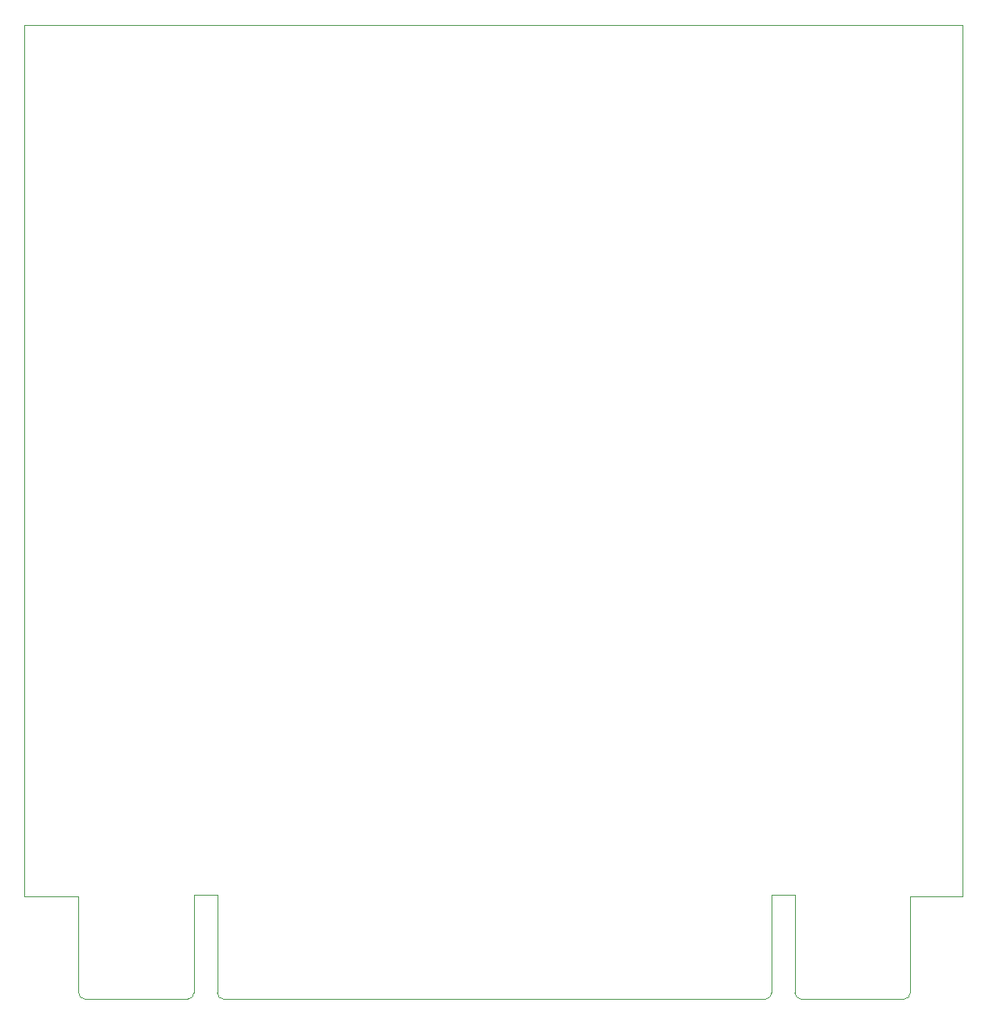
<source format=gm1>
G04 #@! TF.GenerationSoftware,KiCad,Pcbnew,(6.0.6)*
G04 #@! TF.CreationDate,2022-08-18T11:59:31-05:00*
G04 #@! TF.ProjectId,v1,76312e6b-6963-4616-945f-706362585858,v1*
G04 #@! TF.SameCoordinates,Original*
G04 #@! TF.FileFunction,Profile,NP*
%FSLAX46Y46*%
G04 Gerber Fmt 4.6, Leading zero omitted, Abs format (unit mm)*
G04 Created by KiCad (PCBNEW (6.0.6)) date 2022-08-18 11:59:31*
%MOMM*%
%LPD*%
G01*
G04 APERTURE LIST*
G04 #@! TA.AperFunction,Profile*
%ADD10C,0.101600*%
G04 #@! TD*
G04 #@! TA.AperFunction,Profile*
%ADD11C,0.099060*%
G04 #@! TD*
G04 #@! TA.AperFunction,Profile*
%ADD12C,0.120000*%
G04 #@! TD*
G04 APERTURE END LIST*
D10*
X104675560Y-122550040D02*
X104675560Y-133149460D01*
X169674160Y-122550040D02*
X169674160Y-133149460D01*
X107174920Y-133149460D02*
X107174920Y-122550040D01*
X167174800Y-122550040D02*
X169674160Y-122550040D01*
X86275560Y-122748160D02*
X92173680Y-122748160D01*
D11*
X86275560Y-28468440D02*
X86275560Y-122748160D01*
X187774160Y-28468440D02*
X187774200Y-122748160D01*
D12*
X86275560Y-28468440D02*
X187774160Y-28468440D01*
D11*
X182176040Y-122748160D02*
X182176040Y-133149460D01*
D10*
X182176040Y-122748160D02*
X187774200Y-122748160D01*
X167174800Y-133149460D02*
X167174800Y-122550040D01*
X107875960Y-133850500D02*
X166473760Y-133850500D01*
D11*
X92173680Y-122748160D02*
X92173680Y-133149460D01*
D10*
X107174920Y-122550040D02*
X104675560Y-122550040D01*
X170375200Y-133850500D02*
X181475000Y-133850500D01*
X103974520Y-133850500D02*
X92874720Y-133850500D01*
D11*
X181475000Y-133850520D02*
G75*
G03*
X182176040Y-133149460I-40J701080D01*
G01*
X107174920Y-133149460D02*
G75*
G03*
X107875960Y-133850500I701040J0D01*
G01*
X166473760Y-133850480D02*
G75*
G03*
X167174800Y-133149460I0J701040D01*
G01*
X92173680Y-133149460D02*
G75*
G03*
X92874720Y-133850500I701040J0D01*
G01*
X169674200Y-133149460D02*
G75*
G03*
X170375200Y-133850500I700960J-80D01*
G01*
X103974520Y-133850500D02*
G75*
G03*
X104675560Y-133149460I0J701040D01*
G01*
M02*

</source>
